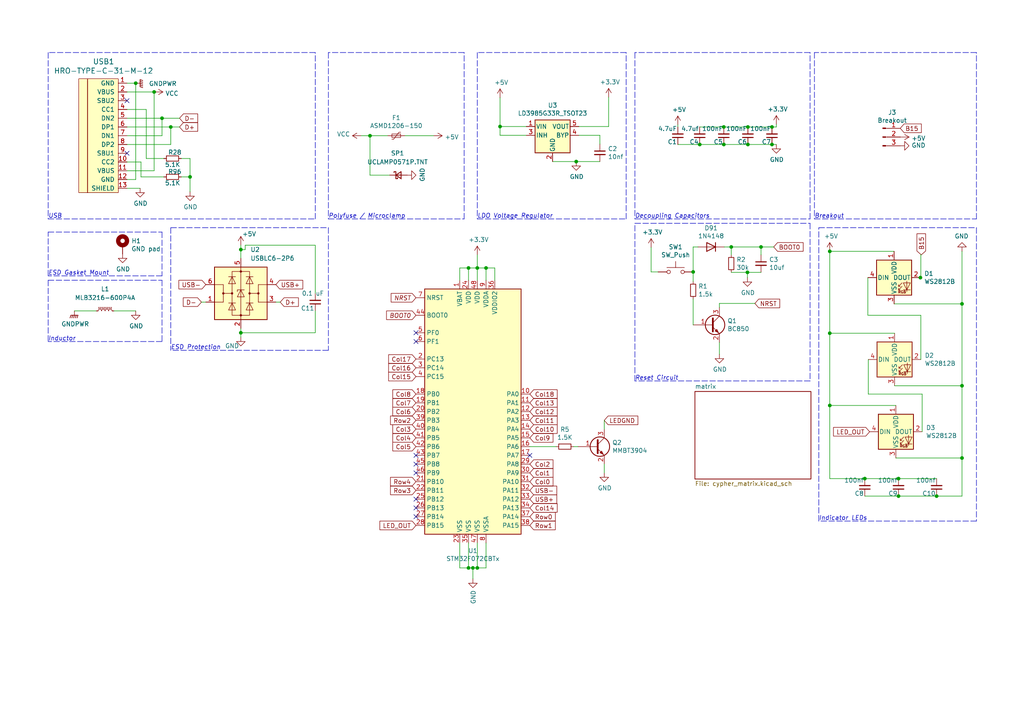
<source format=kicad_sch>
(kicad_sch (version 20211123) (generator eeschema)
  (paper "A4")
  (lib_symbols
    (symbol "Connector:Conn_01x03_Male" (pin_names (offset 1.016) hide)
      (property "Reference" "J" (at 0 5.08 0))
      (property "Value" "Conn_01x03_Male" (at 0 -5.08 0))
      (symbol "Conn_01x03_Male_1_1"
        (polyline (pts (xy 1.27 -2.54) (xy 0.8636 -2.54)) (stroke (width 0.1524)))
        (polyline (pts (xy 1.27 0) (xy 0.8636 0)) (stroke (width 0.1524)))
        (polyline (pts (xy 1.27 2.54) (xy 0.8636 2.54)) (stroke (width 0.1524)))
        (rectangle (start 0.8636 -2.413) (end 0 -2.667) (stroke (width 0.1524)) (fill (type outline)))
        (rectangle (start 0.8636 0.127) (end 0 -0.127) (stroke (width 0.1524)) (fill (type outline)))
        (rectangle (start 0.8636 2.667) (end 0 2.413) (stroke (width 0.1524)) (fill (type outline)))
        (pin passive line (at 5.08 2.54 180) (length 3.81) (name "Pin_1") (number "1"))
        (pin passive line (at 5.08 0 180) (length 3.81) (name "Pin_2") (number "2"))
        (pin passive line (at 5.08 -2.54 180) (length 3.81) (name "Pin_3") (number "3"))
      )
    )
    (symbol "Device:C_Small" (pin_numbers hide) (pin_names (offset 0.254) hide)
      (property "Reference" "C" (at 0.254 1.778 0))
      (property "Value" "C_Small" (at 0.254 -2.032 0))
      (symbol "C_Small_0_1"
        (polyline (pts (xy -1.524 -0.508) (xy 1.524 -0.508)) (stroke (width 0.3302)))
        (polyline (pts (xy -1.524 0.508) (xy 1.524 0.508)) (stroke (width 0.3048)))
      )
      (symbol "C_Small_1_1"
        (pin passive line (at 0 2.54 270) (length 2.032) (name "~") (number "1"))
        (pin passive line (at 0 -2.54 90) (length 2.032) (name "~") (number "2"))
      )
    )
    (symbol "Device:D" (pin_numbers hide) (pin_names (offset 1.016) hide)
      (property "Reference" "D" (at 0 2.54 0))
      (property "Value" "D" (at 0 -2.54 0))
      (symbol "D_0_1"
        (polyline (pts (xy -1.27 1.27) (xy -1.27 -1.27)) (stroke (width 0.254)))
        (polyline (pts (xy 1.27 0) (xy -1.27 0)))
        (polyline (pts (xy 1.27 1.27) (xy 1.27 -1.27) (xy -1.27 0) (xy 1.27 1.27)) (stroke (width 0.254)))
      )
      (symbol "D_1_1"
        (pin passive line (at -3.81 0 0) (length 2.54) (name "K") (number "1"))
        (pin passive line (at 3.81 0 180) (length 2.54) (name "A") (number "2"))
      )
    )
    (symbol "Device:L_Ferrite_Small" (pin_numbers hide) (pin_names (offset 0.254) hide)
      (property "Reference" "L" (at 1.27 1.016 0))
      (property "Value" "L_Ferrite_Small" (at 1.27 -1.27 0))
      (symbol "L_Ferrite_Small_0_1"
        (arc (start 0 -2.032) (mid 0.508 -1.524) (end 0 -1.016))
        (arc (start 0 -1.016) (mid 0.508 -0.508) (end 0 0))
        (polyline (pts (xy 0.762 -1.905) (xy 0.762 -1.651)))
        (polyline (pts (xy 0.762 -1.397) (xy 0.762 -1.143)))
        (polyline (pts (xy 0.762 -0.889) (xy 0.762 -0.635)))
        (polyline (pts (xy 0.762 -0.381) (xy 0.762 -0.127)))
        (polyline (pts (xy 0.762 0.127) (xy 0.762 0.381)))
        (polyline (pts (xy 0.762 0.635) (xy 0.762 0.889)))
        (polyline (pts (xy 0.762 1.143) (xy 0.762 1.397)))
        (polyline (pts (xy 0.762 1.651) (xy 0.762 1.905)))
        (polyline (pts (xy 1.016 -1.651) (xy 1.016 -1.905)))
        (polyline (pts (xy 1.016 -1.143) (xy 1.016 -1.397)))
        (polyline (pts (xy 1.016 -0.635) (xy 1.016 -0.889)))
        (polyline (pts (xy 1.016 -0.127) (xy 1.016 -0.381)))
        (polyline (pts (xy 1.016 0.381) (xy 1.016 0.127)))
        (polyline (pts (xy 1.016 0.889) (xy 1.016 0.635)))
        (polyline (pts (xy 1.016 1.397) (xy 1.016 1.143)))
        (polyline (pts (xy 1.016 1.905) (xy 1.016 1.651)))
        (arc (start 0 0) (mid 0.508 0.508) (end 0 1.016))
        (arc (start 0 1.016) (mid 0.508 1.524) (end 0 2.032))
      )
      (symbol "L_Ferrite_Small_1_1"
        (pin passive line (at 0 2.54 270) (length 0.508) (name "~") (number "1"))
        (pin passive line (at 0 -2.54 90) (length 0.508) (name "~") (number "2"))
      )
    )
    (symbol "Device:Polyfuse_Small" (pin_numbers hide) (pin_names (offset 0))
      (property "Reference" "F" (at -1.905 0 90))
      (property "Value" "Polyfuse_Small" (at 1.905 0 90))
      (symbol "Polyfuse_Small_0_1"
        (rectangle (start -0.508 1.27) (end 0.508 -1.27))
        (polyline (pts (xy 0 2.54) (xy 0 -2.54)))
        (polyline (pts (xy -1.016 1.27) (xy -1.016 0.762) (xy 1.016 -0.762) (xy 1.016 -1.27)))
      )
      (symbol "Polyfuse_Small_1_1"
        (pin passive line (at 0 2.54 270) (length 0.635) (name "~") (number "1"))
        (pin passive line (at 0 -2.54 90) (length 0.635) (name "~") (number "2"))
      )
    )
    (symbol "Device:R_Small" (pin_numbers hide) (pin_names (offset 0.254) hide)
      (property "Reference" "R" (at 0.762 0.508 0))
      (property "Value" "R_Small" (at 0.762 -1.016 0))
      (symbol "R_Small_0_1"
        (rectangle (start -0.762 1.778) (end 0.762 -1.778) (stroke (width 0.2032)))
      )
      (symbol "R_Small_1_1"
        (pin passive line (at 0 2.54 270) (length 0.762) (name "~") (number "1"))
        (pin passive line (at 0 -2.54 90) (length 0.762) (name "~") (number "2"))
      )
    )
    (symbol "LED:WS2812B" (pin_names (offset 0.254))
      (property "Reference" "D" (at 5.08 5.715 0))
      (property "Value" "WS2812B" (at 1.27 -5.715 0))
      (symbol "WS2812B_0_0"
        (text "RGB" (at 2.286 -4.191 0) (effects (font (size 0.762 0.762))))
      )
      (symbol "WS2812B_0_1"
        (polyline (pts (xy 1.27 -3.556) (xy 1.778 -3.556)))
        (polyline (pts (xy 1.27 -2.54) (xy 1.778 -2.54)))
        (polyline (pts (xy 4.699 -3.556) (xy 2.667 -3.556)))
        (polyline (pts (xy 2.286 -2.54) (xy 1.27 -3.556) (xy 1.27 -3.048)))
        (polyline (pts (xy 2.286 -1.524) (xy 1.27 -2.54) (xy 1.27 -2.032)))
        (polyline (pts (xy 3.683 -1.016) (xy 3.683 -3.556) (xy 3.683 -4.064)))
        (polyline (pts (xy 4.699 -1.524) (xy 2.667 -1.524) (xy 3.683 -3.556) (xy 4.699 -1.524)))
        (rectangle (start 5.08 5.08) (end -5.08 -5.08) (stroke (width 0.254)) (fill (type background)))
      )
      (symbol "WS2812B_1_1"
        (pin power_in line (at 0 7.62 270) (length 2.54) (name "VDD") (number "1"))
        (pin output line (at 7.62 0 180) (length 2.54) (name "DOUT") (number "2"))
        (pin power_in line (at 0 -7.62 90) (length 2.54) (name "VSS") (number "3"))
        (pin input line (at -7.62 0 0) (length 2.54) (name "DIN") (number "4"))
      )
    )
    (symbol "MCU_ST_STM32F0:STM32F072CBTx"
      (property "Reference" "U" (at -15.24 36.83 0))
      (property "Value" "STM32F072CBTx" (at 7.62 36.83 0))
      (symbol "STM32F072CBTx_0_1"
        (rectangle (start -15.24 -35.56) (end 12.7 35.56) (stroke (width 0.254)) (fill (type background)))
      )
      (symbol "STM32F072CBTx_1_1"
        (pin power_in line (at -5.08 38.1 270) (length 2.54) (name "VBAT") (number "1"))
        (pin bidirectional line (at 15.24 5.08 180) (length 2.54) (name "PA0") (number "10"))
        (pin bidirectional line (at 15.24 2.54 180) (length 2.54) (name "PA1") (number "11"))
        (pin bidirectional line (at 15.24 0 180) (length 2.54) (name "PA2") (number "12"))
        (pin bidirectional line (at 15.24 -2.54 180) (length 2.54) (name "PA3") (number "13"))
        (pin bidirectional line (at 15.24 -5.08 180) (length 2.54) (name "PA4") (number "14"))
        (pin bidirectional line (at 15.24 -7.62 180) (length 2.54) (name "PA5") (number "15"))
        (pin bidirectional line (at 15.24 -10.16 180) (length 2.54) (name "PA6") (number "16"))
        (pin bidirectional line (at 15.24 -12.7 180) (length 2.54) (name "PA7") (number "17"))
        (pin bidirectional line (at -17.78 5.08 0) (length 2.54) (name "PB0") (number "18"))
        (pin bidirectional line (at -17.78 2.54 0) (length 2.54) (name "PB1") (number "19"))
        (pin bidirectional line (at -17.78 15.24 0) (length 2.54) (name "PC13") (number "2"))
        (pin bidirectional line (at -17.78 0 0) (length 2.54) (name "PB2") (number "20"))
        (pin bidirectional line (at -17.78 -20.32 0) (length 2.54) (name "PB10") (number "21"))
        (pin bidirectional line (at -17.78 -22.86 0) (length 2.54) (name "PB11") (number "22"))
        (pin power_in line (at -5.08 -38.1 90) (length 2.54) (name "VSS") (number "23"))
        (pin power_in line (at -2.54 38.1 270) (length 2.54) (name "VDD") (number "24"))
        (pin bidirectional line (at -17.78 -25.4 0) (length 2.54) (name "PB12") (number "25"))
        (pin bidirectional line (at -17.78 -27.94 0) (length 2.54) (name "PB13") (number "26"))
        (pin bidirectional line (at -17.78 -30.48 0) (length 2.54) (name "PB14") (number "27"))
        (pin bidirectional line (at -17.78 -33.02 0) (length 2.54) (name "PB15") (number "28"))
        (pin bidirectional line (at 15.24 -15.24 180) (length 2.54) (name "PA8") (number "29"))
        (pin bidirectional line (at -17.78 12.7 0) (length 2.54) (name "PC14") (number "3"))
        (pin bidirectional line (at 15.24 -17.78 180) (length 2.54) (name "PA9") (number "30"))
        (pin bidirectional line (at 15.24 -20.32 180) (length 2.54) (name "PA10") (number "31"))
        (pin bidirectional line (at 15.24 -22.86 180) (length 2.54) (name "PA11") (number "32"))
        (pin bidirectional line (at 15.24 -25.4 180) (length 2.54) (name "PA12") (number "33"))
        (pin bidirectional line (at 15.24 -27.94 180) (length 2.54) (name "PA13") (number "34"))
        (pin power_in line (at -2.54 -38.1 90) (length 2.54) (name "VSS") (number "35"))
        (pin power_in line (at 5.08 38.1 270) (length 2.54) (name "VDDIO2") (number "36"))
        (pin bidirectional line (at 15.24 -30.48 180) (length 2.54) (name "PA14") (number "37"))
        (pin bidirectional line (at 15.24 -33.02 180) (length 2.54) (name "PA15") (number "38"))
        (pin bidirectional line (at -17.78 -2.54 0) (length 2.54) (name "PB3") (number "39"))
        (pin bidirectional line (at -17.78 10.16 0) (length 2.54) (name "PC15") (number "4"))
        (pin bidirectional line (at -17.78 -5.08 0) (length 2.54) (name "PB4") (number "40"))
        (pin bidirectional line (at -17.78 -7.62 0) (length 2.54) (name "PB5") (number "41"))
        (pin bidirectional line (at -17.78 -10.16 0) (length 2.54) (name "PB6") (number "42"))
        (pin bidirectional line (at -17.78 -12.7 0) (length 2.54) (name "PB7") (number "43"))
        (pin input line (at -17.78 27.94 0) (length 2.54) (name "BOOT0") (number "44"))
        (pin bidirectional line (at -17.78 -15.24 0) (length 2.54) (name "PB8") (number "45"))
        (pin bidirectional line (at -17.78 -17.78 0) (length 2.54) (name "PB9") (number "46"))
        (pin power_in line (at 0 -38.1 90) (length 2.54) (name "VSS") (number "47"))
        (pin power_in line (at 0 38.1 270) (length 2.54) (name "VDD") (number "48"))
        (pin input line (at -17.78 22.86 0) (length 2.54) (name "PF0") (number "5"))
        (pin input line (at -17.78 20.32 0) (length 2.54) (name "PF1") (number "6"))
        (pin input line (at -17.78 33.02 0) (length 2.54) (name "NRST") (number "7"))
        (pin power_in line (at 2.54 -38.1 90) (length 2.54) (name "VSSA") (number "8"))
        (pin power_in line (at 2.54 38.1 270) (length 2.54) (name "VDDA") (number "9"))
      )
    )
    (symbol "Mechanical:MountingHole_Pad" (pin_numbers hide) (pin_names (offset 1.016) hide)
      (property "Reference" "H" (at 0 6.35 0))
      (property "Value" "MountingHole_Pad" (at 0 4.445 0))
      (symbol "MountingHole_Pad_0_1"
        (circle (center 0 1.27) (radius 1.27) (stroke (width 1.27)))
      )
      (symbol "MountingHole_Pad_1_1"
        (pin input line (at 0 -2.54 90) (length 2.54) (name "1") (number "1"))
      )
    )
    (symbol "Power_Protection:USBLC6-2P6" (pin_names hide)
      (property "Reference" "U" (at 2.54 8.89 0))
      (property "Value" "USBLC6-2P6" (at 2.54 -8.89 0))
      (symbol "USBLC6-2P6_0_1"
        (rectangle (start -7.62 -7.62) (end 7.62 7.62) (stroke (width 0.254)) (fill (type background)))
        (circle (center -5.08 0) (radius 0.254) (fill (type outline)))
        (circle (center -2.54 0) (radius 0.254) (fill (type outline)))
        (rectangle (start -2.54 6.35) (end 2.54 -6.35))
        (circle (center 0 -6.35) (radius 0.254) (fill (type outline)))
        (polyline (pts (xy -5.08 -2.54) (xy -7.62 -2.54)))
        (polyline (pts (xy -5.08 0) (xy -5.08 -2.54)))
        (polyline (pts (xy -5.08 2.54) (xy -7.62 2.54)))
        (polyline (pts (xy -1.524 -2.794) (xy -3.556 -2.794)))
        (polyline (pts (xy -1.524 4.826) (xy -3.556 4.826)))
        (polyline (pts (xy 0 -7.62) (xy 0 -6.35)))
        (polyline (pts (xy 0 -6.35) (xy 0 1.27)))
        (polyline (pts (xy 0 1.27) (xy 0 6.35)))
        (polyline (pts (xy 0 6.35) (xy 0 7.62)))
        (polyline (pts (xy 1.524 -2.794) (xy 3.556 -2.794)))
        (polyline (pts (xy 1.524 4.826) (xy 3.556 4.826)))
        (polyline (pts (xy 5.08 -2.54) (xy 7.62 -2.54)))
        (polyline (pts (xy 5.08 0) (xy 5.08 -2.54)))
        (polyline (pts (xy 5.08 2.54) (xy 7.62 2.54)))
        (polyline (pts (xy -2.54 0) (xy -5.08 0) (xy -5.08 2.54)))
        (polyline (pts (xy 2.54 0) (xy 5.08 0) (xy 5.08 2.54)))
        (polyline (pts (xy -3.556 -4.826) (xy -1.524 -4.826) (xy -2.54 -2.794) (xy -3.556 -4.826)))
        (polyline (pts (xy -3.556 2.794) (xy -1.524 2.794) (xy -2.54 4.826) (xy -3.556 2.794)))
        (polyline (pts (xy -1.016 -1.016) (xy 1.016 -1.016) (xy 0 1.016) (xy -1.016 -1.016)))
        (polyline (pts (xy 1.016 1.016) (xy 0.762 1.016) (xy -1.016 1.016) (xy -1.016 0.508)))
        (polyline (pts (xy 3.556 -4.826) (xy 1.524 -4.826) (xy 2.54 -2.794) (xy 3.556 -4.826)))
        (polyline (pts (xy 3.556 2.794) (xy 1.524 2.794) (xy 2.54 4.826) (xy 3.556 2.794)))
        (circle (center 0 6.35) (radius 0.254) (fill (type outline)))
        (circle (center 2.54 0) (radius 0.254) (fill (type outline)))
        (circle (center 5.08 0) (radius 0.254) (fill (type outline)))
      )
      (symbol "USBLC6-2P6_1_1"
        (pin passive line (at -10.16 -2.54 0) (length 2.54) (name "I/O1") (number "1"))
        (pin passive line (at 0 -10.16 90) (length 2.54) (name "GND") (number "2"))
        (pin passive line (at 10.16 -2.54 180) (length 2.54) (name "I/O2") (number "3"))
        (pin passive line (at 10.16 2.54 180) (length 2.54) (name "I/O2") (number "4"))
        (pin passive line (at 0 10.16 270) (length 2.54) (name "VBUS") (number "5"))
        (pin passive line (at -10.16 2.54 0) (length 2.54) (name "I/O1") (number "6"))
      )
    )
    (symbol "Regulator_Linear:LD3985G33R_TSOT23" (pin_names (offset 0.254))
      (property "Reference" "U" (at -4.064 5.588 0))
      (property "Value" "LD3985G33R_TSOT23" (at 0 5.588 0))
      (symbol "LD3985G33R_TSOT23_0_1"
        (rectangle (start -5.08 4.445) (end 5.08 -5.08) (stroke (width 0.254)) (fill (type background)))
      )
      (symbol "LD3985G33R_TSOT23_1_1"
        (pin power_in line (at -7.62 2.54 0) (length 2.54) (name "VIN") (number "1"))
        (pin power_in line (at 0 -7.62 90) (length 2.54) (name "GND") (number "2"))
        (pin input line (at -7.62 0 0) (length 2.54) (name "INH") (number "3"))
        (pin input line (at 7.62 0 180) (length 2.54) (name "BYP") (number "4"))
        (pin power_out line (at 7.62 2.54 180) (length 2.54) (name "VOUT") (number "5"))
      )
    )
    (symbol "Switch:SW_Push" (pin_numbers hide) (pin_names (offset 1.016) hide)
      (property "Reference" "SW" (at 1.27 2.54 0))
      (property "Value" "SW_Push" (at 0 -1.524 0))
      (symbol "SW_Push_0_1"
        (circle (center -2.032 0) (radius 0.508))
        (polyline (pts (xy 0 1.27) (xy 0 3.048)))
        (polyline (pts (xy 2.54 1.27) (xy -2.54 1.27)))
        (circle (center 2.032 0) (radius 0.508))
        (pin passive line (at -5.08 0 0) (length 2.54) (name "1") (number "1"))
        (pin passive line (at 5.08 0 180) (length 2.54) (name "2") (number "2"))
      )
    )
    (symbol "Transistor_BJT:BC850" (pin_names (offset 0) hide)
      (property "Reference" "Q" (at 5.08 1.905 0))
      (property "Value" "BC850" (at 5.08 0 0))
      (symbol "BC850_0_1"
        (polyline (pts (xy 0.635 0.635) (xy 2.54 2.54)))
        (polyline (pts (xy 0.635 -0.635) (xy 2.54 -2.54) (xy 2.54 -2.54)))
        (polyline (pts (xy 0.635 1.905) (xy 0.635 -1.905) (xy 0.635 -1.905)) (stroke (width 0.508)))
        (polyline (pts (xy 1.27 -1.778) (xy 1.778 -1.27) (xy 2.286 -2.286) (xy 1.27 -1.778) (xy 1.27 -1.778)) (fill (type outline)))
        (circle (center 1.27 0) (radius 2.8194) (stroke (width 0.254)))
      )
      (symbol "BC850_1_1"
        (pin input line (at -5.08 0 0) (length 5.715) (name "B") (number "1"))
        (pin passive line (at 2.54 -5.08 90) (length 2.54) (name "E") (number "2"))
        (pin passive line (at 2.54 5.08 270) (length 2.54) (name "C") (number "3"))
      )
    )
    (symbol "Transistor_BJT:MMBT3904" (pin_names (offset 0) hide)
      (property "Reference" "Q" (at 5.08 1.905 0))
      (property "Value" "MMBT3904" (at 5.08 0 0))
      (symbol "MMBT3904_0_1"
        (polyline (pts (xy 0.635 0.635) (xy 2.54 2.54)))
        (polyline (pts (xy 0.635 -0.635) (xy 2.54 -2.54) (xy 2.54 -2.54)))
        (polyline (pts (xy 0.635 1.905) (xy 0.635 -1.905) (xy 0.635 -1.905)) (stroke (width 0.508)))
        (polyline (pts (xy 1.27 -1.778) (xy 1.778 -1.27) (xy 2.286 -2.286) (xy 1.27 -1.778) (xy 1.27 -1.778)) (fill (type outline)))
        (circle (center 1.27 0) (radius 2.8194) (stroke (width 0.254)))
      )
      (symbol "MMBT3904_1_1"
        (pin input line (at -5.08 0 0) (length 5.715) (name "B") (number "1"))
        (pin passive line (at 2.54 -5.08 90) (length 2.54) (name "E") (number "2"))
        (pin passive line (at 2.54 5.08 270) (length 2.54) (name "C") (number "3"))
      )
    )
    (symbol "Type-C:HRO-TYPE-C-31-M-12" (pin_names (offset 1.016))
      (property "Reference" "USB" (at -5.08 16.51 0))
      (property "Value" "HRO-TYPE-C-31-M-12" (at -10.16 -1.27 90))
      (symbol "HRO-TYPE-C-31-M-12_0_1"
        (rectangle (start -11.43 15.24) (end -8.89 -17.78) (fill (type background)))
        (rectangle (start 0 -17.78) (end -8.89 15.24) (fill (type background)))
      )
      (symbol "HRO-TYPE-C-31-M-12_1_1"
        (pin input line (at 2.54 13.97 180) (length 2.54) (name "GND") (number "1"))
        (pin input line (at 2.54 -8.89 180) (length 2.54) (name "CC2") (number "10"))
        (pin input line (at 2.54 -11.43 180) (length 2.54) (name "VBUS") (number "11"))
        (pin input line (at 2.54 -13.97 180) (length 2.54) (name "GND") (number "12"))
        (pin input line (at 2.54 -16.51 180) (length 2.54) (name "SHIELD") (number "13"))
        (pin input line (at 2.54 11.43 180) (length 2.54) (name "VBUS") (number "2"))
        (pin input line (at 2.54 8.89 180) (length 2.54) (name "SBU2") (number "3"))
        (pin input line (at 2.54 6.35 180) (length 2.54) (name "CC1") (number "4"))
        (pin input line (at 2.54 3.81 180) (length 2.54) (name "DN2") (number "5"))
        (pin input line (at 2.54 1.27 180) (length 2.54) (name "DP1") (number "6"))
        (pin input line (at 2.54 -1.27 180) (length 2.54) (name "DN1") (number "7"))
        (pin input line (at 2.54 -3.81 180) (length 2.54) (name "DP2") (number "8"))
        (pin input line (at 2.54 -6.35 180) (length 2.54) (name "SBU1") (number "9"))
      )
    )
    (symbol "cablecardesigns:UCLAMP0571P.TNT" (pin_numbers hide) (pin_names (offset 0.254) hide)
      (property "Reference" "SP" (at -1.27 2.032 0))
      (property "Value" "UCLAMP0571P.TNT" (at -7.112 -2.032 0))
      (symbol "UCLAMP0571P.TNT_0_1"
        (polyline (pts (xy -0.762 0) (xy 0.762 0)))
        (polyline (pts (xy 0.762 -1.016) (xy -0.762 0) (xy 0.762 1.016) (xy 0.762 -1.016)) (stroke (width 0.254)))
        (polyline (pts (xy -1.27 0.762) (xy -1.27 1.016) (xy -0.762 1.016) (xy -0.762 -1.016) (xy -0.254 -1.016) (xy -0.254 -0.762)) (stroke (width 0.254)))
      )
      (symbol "UCLAMP0571P.TNT_1_1"
        (pin input line (at -2.54 0 0) (length 2.54) (name "1") (number "1"))
        (pin output line (at 2.54 0 180) (length 2.54) (name "2") (number "2"))
      )
    )
    (symbol "power:+3.3V" (power) (pin_names (offset 0))
      (property "Value" "+3.3V" (at 0 3.556 0))
      (symbol "+3.3V_0_1"
        (polyline (pts (xy -0.762 1.27) (xy 0 2.54)))
        (polyline (pts (xy 0 0) (xy 0 2.54)))
        (polyline (pts (xy 0 2.54) (xy 0.762 1.27)))
      )
      (symbol "+3.3V_1_1"
        (pin power_in line (at 0 0 90) (length 0) hide (name "+3.3V") (number "1"))
      )
    )
    (symbol "power:+5V" (power) (pin_names (offset 0))
      (property "Value" "+5V" (at 0 3.556 0))
      (symbol "+5V_0_1"
        (polyline (pts (xy -0.762 1.27) (xy 0 2.54)))
        (polyline (pts (xy 0 0) (xy 0 2.54)))
        (polyline (pts (xy 0 2.54) (xy 0.762 1.27)))
      )
      (symbol "+5V_1_1"
        (pin power_in line (at 0 0 90) (length 0) hide (name "+5V") (number "1"))
      )
    )
    (symbol "power:GND" (power) (pin_names (offset 0))
      (property "Value" "GND" (at 0 -3.81 0))
      (symbol "GND_0_1"
        (polyline (pts (xy 0 0) (xy 0 -1.27) (xy 1.27 -1.27) (xy 0 -2.54) (xy -1.27 -1.27) (xy 0 -1.27)))
      )
      (symbol "GND_1_1"
        (pin power_in line (at 0 0 270) (length 0) hide (name "GND") (number "1"))
      )
    )
    (symbol "power:GNDPWR" (power) (pin_names (offset 0))
      (property "Value" "GNDPWR" (at 0 -3.302 0))
      (symbol "GNDPWR_0_1"
        (polyline (pts (xy 0 -1.27) (xy 0 0)))
        (polyline (pts (xy -1.016 -1.27) (xy -1.27 -2.032) (xy -1.27 -2.032)) (stroke (width 0.2032)))
        (polyline (pts (xy -0.508 -1.27) (xy -0.762 -2.032) (xy -0.762 -2.032)) (stroke (width 0.2032)))
        (polyline (pts (xy 0 -1.27) (xy -0.254 -2.032) (xy -0.254 -2.032)) (stroke (width 0.2032)))
        (polyline (pts (xy 0.508 -1.27) (xy 0.254 -2.032) (xy 0.254 -2.032)) (stroke (width 0.2032)))
        (polyline (pts (xy 1.016 -1.27) (xy -1.016 -1.27) (xy -1.016 -1.27)) (stroke (width 0.2032)))
        (polyline (pts (xy 1.016 -1.27) (xy 0.762 -2.032) (xy 0.762 -2.032) (xy 0.762 -2.032)) (stroke (width 0.2032)))
      )
      (symbol "GNDPWR_1_1"
        (pin power_in line (at 0 0 270) (length 0) hide (name "GNDPWR") (number "1"))
      )
    )
    (symbol "power:VCC" (power) (pin_names (offset 0))
      (property "Value" "VCC" (at 0 3.81 0))
      (symbol "VCC_0_1"
        (polyline (pts (xy -0.762 1.27) (xy 0 2.54)))
        (polyline (pts (xy 0 0) (xy 0 2.54)))
        (polyline (pts (xy 0 2.54) (xy 0.762 1.27)))
      )
      (symbol "VCC_1_1"
        (pin power_in line (at 0 0 90) (length 0) hide (name "VCC") (number "1"))
      )
    )
  )
  (junction (at 167.132 46.863))
  (junction (at 209.931 41.91))
  (junction (at 223.901 36.83))
  (junction (at 202.946 41.91))
  (junction (at 223.901 41.91))
  (junction (at 107.315 39.37))
  (junction (at 46.99 34.29))
  (junction (at 260.604 138.811))
  (junction (at 240.665 117.602))
  (junction (at 138.43 77.724))
  (junction (at 216.916 36.83))
  (junction (at 271.653 143.891))
  (junction (at 49.53 36.83))
  (junction (at 69.85 96.52))
  (junction (at 266.954 80.518))
  (junction (at 135.89 77.724))
  (junction (at 44.704 26.67))
  (junction (at 39.37 24.13))
  (junction (at 69.85 72.39))
  (junction (at 138.43 164.719))
  (junction (at 145.034 36.703))
  (junction (at 279.019 111.887))
  (junction (at 55.118 51.308))
  (junction (at 209.931 36.83))
  (junction (at 216.916 41.91))
  (junction (at 260.604 143.891))
  (junction (at 250.825 138.811))
  (junction (at 135.89 164.719))
  (junction (at 240.665 72.898))
  (junction (at 279.019 88.138))
  (junction (at 279.019 132.842))
  (junction (at 216.789 78.994))
  (junction (at 220.726 71.628))
  (junction (at 140.97 77.724))
  (junction (at 212.09 71.628))
  (junction (at 201.041 78.867))
  (junction (at 137.16 164.719))
  (junction (at 240.665 96.647))
  (no_connect (at 36.83 44.45))
  (no_connect (at 36.83 29.21))
  (no_connect (at 120.65 144.78))
  (no_connect (at 120.65 149.86))
  (no_connect (at 153.67 132.08))
  (no_connect (at 120.65 99.06))
  (no_connect (at 120.65 147.32))
  (no_connect (at 120.65 137.16))
  (no_connect (at 120.65 134.62))
  (no_connect (at 120.65 132.08))
  (no_connect (at 120.65 96.52))
  (wire (pts (xy 55.118 51.308) (xy 52.578 51.308)))
  (wire (pts (xy 202.946 36.83) (xy 209.931 36.83)))
  (wire (pts (xy 138.43 77.724) (xy 140.97 77.724)))
  (wire (pts (xy 107.315 50.8) (xy 113.03 50.8)))
  (wire (pts (xy 133.35 157.48) (xy 133.35 164.719)))
  (wire (pts (xy 223.901 41.91) (xy 225.171 41.91)))
  (polyline (pts (xy 283.21 63.5) (xy 283.21 15.24)))
  (polyline (pts (xy 184.15 15.24) (xy 184.15 63.5)))
  (wire (pts (xy 251.714 91.44) (xy 251.714 80.518)))
  (wire (pts (xy 160.274 46.863) (xy 167.132 46.863)))
  (polyline (pts (xy 46.99 80.01) (xy 13.97 80.01)))
  (wire (pts (xy 266.954 80.518) (xy 267.081 80.518)))
  (wire (pts (xy 216.789 78.994) (xy 220.726 78.994)))
  (wire (pts (xy 36.83 36.83) (xy 49.53 36.83)))
  (wire (pts (xy 133.35 164.719) (xy 135.89 164.719)))
  (polyline (pts (xy 237.49 66.04) (xy 283.21 66.04)))
  (polyline (pts (xy 95.25 66.04) (xy 95.25 101.6)))
  (polyline (pts (xy 184.15 64.77) (xy 234.95 64.77)))
  (wire (pts (xy 138.43 77.724) (xy 138.43 73.914)))
  (wire (pts (xy 167.132 46.863) (xy 173.99 46.863)))
  (wire (pts (xy 36.83 26.67) (xy 44.704 26.67)))
  (polyline (pts (xy 46.99 67.31) (xy 46.99 80.01)))
  (wire (pts (xy 279.019 111.887) (xy 279.019 88.138)))
  (polyline (pts (xy 13.97 63.5) (xy 91.44 63.5)))
  (wire (pts (xy 267.081 91.44) (xy 251.714 91.44)))
  (wire (pts (xy 259.842 117.602) (xy 240.665 117.602)))
  (wire (pts (xy 259.842 132.842) (xy 279.019 132.842)))
  (wire (pts (xy 140.97 81.28) (xy 140.97 77.724)))
  (wire (pts (xy 69.85 71.12) (xy 69.85 72.39)))
  (wire (pts (xy 145.034 28.321) (xy 145.034 36.703)))
  (wire (pts (xy 135.89 77.724) (xy 138.43 77.724)))
  (polyline (pts (xy 13.97 80.01) (xy 13.97 67.31)))
  (wire (pts (xy 107.315 39.37) (xy 104.775 39.37)))
  (wire (pts (xy 279.019 111.887) (xy 259.461 111.887)))
  (wire (pts (xy 220.726 73.914) (xy 220.726 71.628)))
  (wire (pts (xy 39.37 24.13) (xy 36.83 24.13)))
  (wire (pts (xy 267.081 80.518) (xy 267.081 73.914)))
  (wire (pts (xy 209.931 36.83) (xy 216.916 36.83)))
  (wire (pts (xy 52.578 45.974) (xy 55.118 45.974)))
  (polyline (pts (xy 283.21 15.24) (xy 236.22 15.24)))
  (wire (pts (xy 69.85 72.39) (xy 69.85 74.93)))
  (wire (pts (xy 55.118 51.308) (xy 55.118 45.974)))
  (wire (pts (xy 196.596 36.83) (xy 196.596 36.195)))
  (wire (pts (xy 36.83 52.07) (xy 39.37 52.07)))
  (wire (pts (xy 279.019 143.891) (xy 271.653 143.891)))
  (wire (pts (xy 71.12 71.12) (xy 91.44 71.12)))
  (wire (pts (xy 240.665 96.647) (xy 240.665 117.602)))
  (polyline (pts (xy 138.43 63.5) (xy 181.61 63.5)))
  (wire (pts (xy 40.894 46.99) (xy 40.894 51.308)))
  (wire (pts (xy 176.53 36.703) (xy 176.53 28.194)))
  (polyline (pts (xy 181.61 15.24) (xy 138.43 15.24)))
  (polyline (pts (xy 138.43 15.24) (xy 138.43 63.5)))
  (wire (pts (xy 202.946 41.91) (xy 209.931 41.91)))
  (wire (pts (xy 42.418 45.974) (xy 47.498 45.974)))
  (wire (pts (xy 201.041 78.867) (xy 201.041 71.628)))
  (polyline (pts (xy 13.97 81.28) (xy 13.97 99.06)))
  (wire (pts (xy 49.53 41.91) (xy 49.53 36.83)))
  (wire (pts (xy 240.665 96.647) (xy 240.665 72.898)))
  (wire (pts (xy 153.67 129.54) (xy 161.29 129.54)))
  (wire (pts (xy 260.604 143.891) (xy 250.825 143.891)))
  (wire (pts (xy 49.53 36.83) (xy 52.07 36.83)))
  (wire (pts (xy 251.841 114.3) (xy 251.841 104.267)))
  (wire (pts (xy 201.041 86.741) (xy 201.041 94.234)))
  (polyline (pts (xy 134.62 63.5) (xy 134.62 15.24)))
  (polyline (pts (xy 46.99 99.06) (xy 13.97 99.06)))
  (polyline (pts (xy 134.62 15.24) (xy 95.25 15.24)))
  (polyline (pts (xy 49.53 66.04) (xy 95.25 66.04)))
  (wire (pts (xy 39.37 52.07) (xy 39.37 24.13)))
  (wire (pts (xy 71.12 72.39) (xy 71.12 71.12)))
  (wire (pts (xy 107.315 39.37) (xy 107.315 50.8)))
  (wire (pts (xy 216.916 41.91) (xy 223.901 41.91)))
  (wire (pts (xy 223.901 36.83) (xy 225.171 36.83)))
  (wire (pts (xy 36.83 34.29) (xy 46.99 34.29)))
  (polyline (pts (xy 236.22 15.24) (xy 236.22 63.5)))
  (wire (pts (xy 46.99 39.37) (xy 46.99 34.29)))
  (wire (pts (xy 175.26 134.62) (xy 175.26 137.16)))
  (wire (pts (xy 216.789 80.518) (xy 216.789 78.994)))
  (wire (pts (xy 201.041 71.628) (xy 202.438 71.628)))
  (wire (pts (xy 216.916 36.83) (xy 223.901 36.83)))
  (wire (pts (xy 69.85 97.79) (xy 69.85 96.52)))
  (wire (pts (xy 279.019 88.138) (xy 259.334 88.138)))
  (polyline (pts (xy 234.95 63.5) (xy 234.95 15.24)))
  (wire (pts (xy 267.081 104.267) (xy 267.081 91.44)))
  (wire (pts (xy 91.44 85.09) (xy 91.44 71.12)))
  (polyline (pts (xy 13.97 15.24) (xy 13.97 63.5)))
  (polyline (pts (xy 237.49 151.13) (xy 237.49 66.04)))
  (wire (pts (xy 135.89 157.48) (xy 135.89 164.719)))
  (wire (pts (xy 33.02 90.17) (xy 39.37 90.17)))
  (wire (pts (xy 225.171 36.83) (xy 225.171 36.068)))
  (wire (pts (xy 152.654 36.703) (xy 145.034 36.703)))
  (polyline (pts (xy 283.21 66.04) (xy 283.21 151.13)))
  (polyline (pts (xy 91.44 15.24) (xy 13.97 15.24)))
  (wire (pts (xy 208.661 102.743) (xy 208.661 99.314)))
  (polyline (pts (xy 236.22 63.5) (xy 283.21 63.5)))
  (polyline (pts (xy 46.99 81.28) (xy 46.99 99.06)))
  (wire (pts (xy 91.44 96.52) (xy 91.44 90.17)))
  (wire (pts (xy 190.881 78.867) (xy 188.849 78.867)))
  (wire (pts (xy 212.09 78.994) (xy 216.789 78.994)))
  (wire (pts (xy 36.83 39.37) (xy 46.99 39.37)))
  (wire (pts (xy 133.35 81.28) (xy 133.35 77.724)))
  (wire (pts (xy 271.653 138.811) (xy 260.604 138.811)))
  (wire (pts (xy 259.461 96.647) (xy 240.665 96.647)))
  (wire (pts (xy 71.12 72.39) (xy 69.85 72.39)))
  (wire (pts (xy 58.42 87.63) (xy 59.69 87.63)))
  (wire (pts (xy 69.85 96.52) (xy 69.85 95.25)))
  (wire (pts (xy 138.43 157.48) (xy 138.43 164.719)))
  (wire (pts (xy 55.118 51.308) (xy 55.118 55.626)))
  (wire (pts (xy 220.726 71.628) (xy 224.409 71.628)))
  (wire (pts (xy 210.058 71.628) (xy 212.09 71.628)))
  (wire (pts (xy 36.83 46.99) (xy 40.894 46.99)))
  (wire (pts (xy 166.37 129.54) (xy 167.64 129.54)))
  (wire (pts (xy 167.894 39.243) (xy 173.99 39.243)))
  (wire (pts (xy 21.59 90.17) (xy 27.94 90.17)))
  (wire (pts (xy 173.99 39.243) (xy 173.99 41.783)))
  (polyline (pts (xy 234.95 110.49) (xy 184.15 110.49)))
  (polyline (pts (xy 13.97 67.31) (xy 46.99 67.31)))
  (wire (pts (xy 260.604 138.811) (xy 250.825 138.811)))
  (wire (pts (xy 250.825 138.811) (xy 240.665 138.811)))
  (polyline (pts (xy 184.15 63.5) (xy 234.95 63.5)))
  (wire (pts (xy 81.28 87.63) (xy 80.01 87.63)))
  (polyline (pts (xy 91.44 63.5) (xy 91.44 15.24)))
  (wire (pts (xy 208.661 88.011) (xy 218.948 88.011)))
  (wire (pts (xy 44.704 49.53) (xy 36.83 49.53)))
  (wire (pts (xy 279.019 132.842) (xy 279.019 111.887)))
  (wire (pts (xy 36.83 41.91) (xy 49.53 41.91)))
  (polyline (pts (xy 181.61 63.5) (xy 181.61 15.24)))
  (wire (pts (xy 188.849 78.867) (xy 188.849 71.755)))
  (polyline (pts (xy 234.95 64.77) (xy 234.95 110.49)))
  (wire (pts (xy 212.09 71.628) (xy 220.726 71.628)))
  (wire (pts (xy 143.51 77.724) (xy 143.51 81.28)))
  (wire (pts (xy 36.83 31.75) (xy 42.418 31.75)))
  (wire (pts (xy 138.43 164.719) (xy 140.97 164.719)))
  (wire (pts (xy 271.653 143.891) (xy 260.604 143.891)))
  (wire (pts (xy 267.462 125.222) (xy 267.462 114.3)))
  (wire (pts (xy 279.019 88.138) (xy 279.019 72.898)))
  (wire (pts (xy 201.041 81.661) (xy 201.041 78.867)))
  (polyline (pts (xy 95.25 101.6) (xy 49.53 101.6)))
  (wire (pts (xy 196.596 41.91) (xy 202.946 41.91)))
  (wire (pts (xy 69.85 96.52) (xy 91.44 96.52)))
  (wire (pts (xy 167.894 36.703) (xy 176.53 36.703)))
  (wire (pts (xy 42.418 31.75) (xy 42.418 45.974)))
  (wire (pts (xy 240.665 72.898) (xy 259.334 72.898)))
  (wire (pts (xy 135.89 81.28) (xy 135.89 77.724)))
  (wire (pts (xy 175.26 121.92) (xy 175.26 124.46)))
  (polyline (pts (xy 49.53 66.04) (xy 49.53 101.6)))
  (wire (pts (xy 46.99 34.29) (xy 52.07 34.29)))
  (wire (pts (xy 40.894 51.308) (xy 47.498 51.308)))
  (wire (pts (xy 138.43 81.28) (xy 138.43 77.724)))
  (wire (pts (xy 152.654 39.243) (xy 145.034 39.243)))
  (polyline (pts (xy 95.25 15.24) (xy 95.25 63.5)))
  (wire (pts (xy 137.16 164.719) (xy 137.16 167.894)))
  (wire (pts (xy 212.09 73.914) (xy 212.09 71.628)))
  (wire (pts (xy 240.665 117.602) (xy 240.665 138.811)))
  (polyline (pts (xy 184.15 110.49) (xy 184.15 64.77)))
  (polyline (pts (xy 13.97 81.28) (xy 46.99 81.28)))
  (wire (pts (xy 267.081 73.914) (xy 267.208 73.914)))
  (wire (pts (xy 145.034 36.703) (xy 145.034 39.243)))
  (wire (pts (xy 140.97 164.719) (xy 140.97 157.48)))
  (wire (pts (xy 117.475 39.37) (xy 125.73 39.37)))
  (wire (pts (xy 133.35 77.724) (xy 135.89 77.724)))
  (wire (pts (xy 135.89 164.719) (xy 137.16 164.719)))
  (wire (pts (xy 267.462 114.3) (xy 251.841 114.3)))
  (polyline (pts (xy 234.95 15.24) (xy 184.15 15.24)))
  (wire (pts (xy 36.83 54.61) (xy 40.64 54.61)))
  (wire (pts (xy 279.019 132.842) (xy 279.019 143.891)))
  (wire (pts (xy 44.704 26.67) (xy 44.704 49.53)))
  (polyline (pts (xy 95.25 63.5) (xy 134.62 63.5)))
  (wire (pts (xy 140.97 77.724) (xy 143.51 77.724)))
  (polyline (pts (xy 283.21 151.13) (xy 237.49 151.13)))
  (wire (pts (xy 209.931 41.91) (xy 216.916 41.91)))
  (wire (pts (xy 137.16 164.719) (xy 138.43 164.719)))
  (wire (pts (xy 107.315 39.37) (xy 112.395 39.37)))
  (wire (pts (xy 208.661 89.154) (xy 208.661 88.011)))
  (text "Decoupling Capacitors\n" (at 184.15 63.5 0) (effects (font (size 1.27 1.27) italic) (justify left bottom)))
  (text "Reset Circuit\n" (at 184.15 110.49 0) (effects (font (size 1.27 1.27) italic) (justify left bottom)))
  (text "USB" (at 13.97 63.5 0) (effects (font (size 1.27 1.27) italic) (justify left bottom)))
  (text "Inductor" (at 13.97 99.06 0) (effects (font (size 1.27 1.27) italic) (justify left bottom)))
  (text "Polyfuse / Microclamp" (at 95.25 63.5 0) (effects (font (size 1.27 1.27) italic) (justify left bottom)))
  (text "ESD Protection" (at 49.53 101.6 0) (effects (font (size 1.27 1.27) italic) (justify left bottom)))
  (text "LDO Voltage Regulator" (at 138.43 63.5 0) (effects (font (size 1.27 1.27) italic) (justify left bottom)))
  (text "Breakout\n" (at 236.22 63.5 0) (effects (font (size 1.27 1.27) italic) (justify left bottom)))
  (text "Indicator LEDs\n" (at 237.49 151.13 0) (effects (font (size 1.27 1.27) italic) (justify left bottom)))
  (text "ESD Gasket Mount" (at 13.97 80.01 0) (effects (font (size 1.27 1.27) italic) (justify left bottom)))
  (global_label "LED_OUT" (shape input) (at 120.65 152.4 180) (property "Intersheet References" "${INTERSHEET_REFS}" (effects hide)))
  (global_label "Col14" (shape input) (at 153.67 147.32 0) (property "Intersheet References" "${INTERSHEET_REFS}" (effects hide)))
  (global_label "Col7" (shape input) (at 120.65 116.84 180) (property "Intersheet References" "${INTERSHEET_REFS}" (effects hide)))
  (global_label "Row3" (shape input) (at 120.65 142.24 180) (property "Intersheet References" "${INTERSHEET_REFS}" (effects hide)))
  (global_label "Row4" (shape input) (at 120.65 139.7 180) (property "Intersheet References" "${INTERSHEET_REFS}" (effects hide)))
  (global_label "D-" (shape input) (at 58.42 87.63 180) (property "Intersheet References" "${INTERSHEET_REFS}" (effects hide)))
  (global_label "LEDGND" (shape input) (at 175.26 121.92 0) (property "Intersheet References" "${INTERSHEET_REFS}" (effects hide)))
  (global_label "Col4" (shape input) (at 120.65 127 180) (property "Intersheet References" "${INTERSHEET_REFS}" (effects hide)))
  (global_label "Col1" (shape input) (at 153.67 137.16 0) (property "Intersheet References" "${INTERSHEET_REFS}" (effects hide)))
  (global_label "USB+" (shape input) (at 80.01 82.55 0) (property "Intersheet References" "${INTERSHEET_REFS}" (effects hide)))
  (global_label "NRST" (shape input) (at 120.65 86.36 180) (effects (font italic)) (property "Intersheet References" "${INTERSHEET_REFS}" (effects hide)))
  (global_label "D-" (shape input) (at 52.07 34.29 0) (property "Intersheet References" "${INTERSHEET_REFS}" (effects hide)))
  (global_label "NRST" (shape input) (at 218.948 88.011 0) (property "Intersheet References" "${INTERSHEET_REFS}" (effects hide)))
  (global_label "USB-" (shape input) (at 59.69 82.55 180) (property "Intersheet References" "${INTERSHEET_REFS}" (effects hide)))
  (global_label "Col8" (shape input) (at 120.65 114.3 180) (property "Intersheet References" "${INTERSHEET_REFS}" (effects hide)))
  (global_label "Col0" (shape input) (at 153.67 139.7 0) (property "Intersheet References" "${INTERSHEET_REFS}" (effects hide)))
  (global_label "USB+" (shape input) (at 153.67 144.78 0) (property "Intersheet References" "${INTERSHEET_REFS}" (effects hide)))
  (global_label "BOOT0" (shape input) (at 120.65 91.44 180) (effects (font italic)) (property "Intersheet References" "${INTERSHEET_REFS}" (effects hide)))
  (global_label "Col2" (shape input) (at 153.67 134.62 0) (property "Intersheet References" "${INTERSHEET_REFS}" (effects hide)))
  (global_label "LED_OUT" (shape input) (at 252.222 125.222 180) (property "Intersheet References" "${INTERSHEET_REFS}" (effects hide)))
  (global_label "BOOT0" (shape input) (at 224.409 71.628 0) (property "Intersheet References" "${INTERSHEET_REFS}" (effects hide)))
  (global_label "D+" (shape input) (at 81.28 87.63 0) (property "Intersheet References" "${INTERSHEET_REFS}" (effects hide)))
  (global_label "Col17" (shape input) (at 120.65 104.14 180) (property "Intersheet References" "${INTERSHEET_REFS}" (effects hide)))
  (global_label "Col10" (shape input) (at 153.67 124.46 0) (property "Intersheet References" "${INTERSHEET_REFS}" (effects hide)))
  (global_label "Col15" (shape input) (at 120.65 109.22 180) (property "Intersheet References" "${INTERSHEET_REFS}" (effects hide)))
  (global_label "D+" (shape input) (at 52.07 36.83 0) (property "Intersheet References" "${INTERSHEET_REFS}" (effects hide)))
  (global_label "Row1" (shape input) (at 153.67 152.4 0) (property "Intersheet References" "${INTERSHEET_REFS}" (effects hide)))
  (global_label "Col16" (shape input) (at 120.65 106.68 180) (property "Intersheet References" "${INTERSHEET_REFS}" (effects hide)))
  (global_label "Col3" (shape input) (at 120.65 124.46 180) (property "Intersheet References" "${INTERSHEET_REFS}" (effects hide)))
  (global_label "Row2" (shape input) (at 120.65 121.92 180) (property "Intersheet References" "${INTERSHEET_REFS}" (effects hide)))
  (global_label "Col5" (shape input) (at 120.65 129.54 180) (property "Intersheet References" "${INTERSHEET_REFS}" (effects hide)))
  (global_label "Row0" (shape input) (at 153.67 149.86 0) (property "Intersheet References" "${INTERSHEET_REFS}" (effects hide)))
  (global_label "Col18" (shape input) (at 153.67 114.3 0) (property "Intersheet References" "${INTERSHEET_REFS}" (effects hide)))
  (global_label "B15" (shape input) (at 261.112 37.211 0) (property "Intersheet References" "${INTERSHEET_REFS}" (effects hide)))
  (global_label "Col13" (shape input) (at 153.67 116.84 0) (property "Intersheet References" "${INTERSHEET_REFS}" (effects hide)))
  (global_label "Col11" (shape input) (at 153.67 121.92 0) (property "Intersheet References" "${INTERSHEET_REFS}" (effects hide)))
  (global_label "B15" (shape input) (at 267.208 73.914 90) (property "Intersheet References" "${INTERSHEET_REFS}" (effects hide)))
  (global_label "USB-" (shape input) (at 153.67 142.24 0) (property "Intersheet References" "${INTERSHEET_REFS}" (effects hide)))
  (global_label "Col6" (shape input) (at 120.65 119.38 180) (property "Intersheet References" "${INTERSHEET_REFS}" (effects hide)))
  (global_label "Col9" (shape input) (at 153.67 127 0) (property "Intersheet References" "${INTERSHEET_REFS}" (effects hide)))
  (global_label "Col12" (shape input) (at 153.67 119.38 0) (property "Intersheet References" "${INTERSHEET_REFS}" (effects hide)))
  (symbol (lib_id "power:GND") (at 225.171 41.91 0) (unit 1)
    (property "Reference" "#PWR0102" (effects hide))
    (property "Value" "GND" (at 225.298 46.3042 0))
  )
  (symbol (lib_id "power:+5V") (at 196.596 36.195 0) (unit 1)
    (property "Reference" "#PWR0103" (effects hide))
    (property "Value" "+5V" (at 196.977 31.8008 0))
  )
  (symbol (lib_id "Device:C_Small") (at 202.946 39.37 180) (unit 1)
    (property "Reference" "C4" (at 202.692 41.148 0) (effects (justify left)))
    (property "Value" "4.7uf" (at 202.692 37.338 0) (effects (justify left)))
    (property "Footprint" "Capacitor_SMD:C_0603_1608Metric" (effects hide))
  )
  (symbol (lib_id "Device:C_Small") (at 196.596 39.37 180) (unit 1)
    (property "Reference" "C1" (at 196.342 41.148 0) (effects (justify left)))
    (property "Value" "4.7uF" (at 196.342 37.338 0) (effects (justify left)))
    (property "Footprint" "Capacitor_SMD:C_0603_1608Metric" (effects hide))
  )
  (symbol (lib_id "power:GND") (at 55.118 55.626 0) (unit 1)
    (property "Reference" "#PWR0104" (effects hide))
    (property "Value" "GND" (at 55.245 60.0202 0))
  )
  (symbol (lib_id "Device:C_Small") (at 209.931 39.37 180) (unit 1)
    (property "Reference" "C5" (at 209.677 41.148 0) (effects (justify left)))
    (property "Value" "100nF" (at 209.677 37.338 0) (effects (justify left)))
    (property "Footprint" "Capacitor_SMD:C_0603_1608Metric" (effects hide))
  )
  (symbol (lib_id "Device:C_Small") (at 216.916 39.37 180) (unit 1)
    (property "Reference" "C6" (at 216.662 41.148 0) (effects (justify left)))
    (property "Value" "100nF" (at 216.662 37.338 0) (effects (justify left)))
    (property "Footprint" "Capacitor_SMD:C_0603_1608Metric" (effects hide))
  )
  (symbol (lib_id "Device:C_Small") (at 223.901 39.37 180) (unit 1)
    (property "Reference" "C7" (at 223.647 41.148 0) (effects (justify left)))
    (property "Value" "100nF" (at 223.647 37.338 0) (effects (justify left)))
    (property "Footprint" "Capacitor_SMD:C_0603_1608Metric" (effects hide))
  )
  (symbol (lib_id "power:GND") (at 137.16 167.894 0) (unit 1)
    (property "Reference" "#PWR0111" (effects hide))
    (property "Value" "GND" (at 137.287 171.1452 90) (effects (justify right)))
  )
  (symbol (lib_id "power:VCC") (at 44.704 26.67 270) (unit 1)
    (property "Reference" "#PWR0112" (effects hide))
    (property "Value" "VCC" (at 47.9552 27.1018 90) (effects (justify left)))
  )
  (symbol (lib_id "power:GND") (at 175.26 137.16 0) (unit 1)
    (property "Reference" "#PWR0115" (effects hide))
    (property "Value" "GND" (at 175.387 141.5542 0))
  )
  (symbol (lib_id "Device:R_Small") (at 163.83 129.54 270) (unit 1)
    (property "Reference" "R5" (at 163.83 124.5616 90))
    (property "Value" "1.5K" (at 163.83 126.873 90))
    (property "Footprint" "Resistor_SMD:R_0603_1608Metric" (effects hide))
  )
  (symbol (lib_id "Connector:Conn_01x03_Male") (at 256.032 39.751 0) (unit 1)
    (property "Reference" "J3" (at 258.7752 32.6136 0))
    (property "Value" "Breakout" (at 258.7752 34.925 0))
    (property "Footprint" "Connector_PinHeader_2.54mm:PinHeader_1x03_P2.54mm_Vertical" (effects hide))
  )
  (symbol (lib_id "power:+5V") (at 261.112 39.751 270) (unit 1)
    (property "Reference" "#PWR0120" (effects hide))
    (property "Value" "+5V" (at 264.3632 40.132 90) (effects (justify left)))
  )
  (symbol (lib_id "power:GND") (at 261.112 42.291 90) (unit 1)
    (property "Reference" "#PWR0121" (effects hide))
    (property "Value" "GND" (at 264.3632 42.164 90) (effects (justify right)))
  )
  (symbol (lib_id "Type-C:HRO-TYPE-C-31-M-12") (at 34.29 38.1 0) (unit 1)
    (property "Reference" "USB1" (at 30.0482 17.8562 0) (effects (font (size 1.524 1.524))))
    (property "Value" "HRO-TYPE-C-31-M-12" (at 30.0482 20.5486 0) (effects (font (size 1.524 1.524))))
    (property "Footprint" "Type-C:HRO-TYPE-C-31-M-12" (effects hide))
  )
  (symbol (lib_id "Device:R_Small") (at 50.038 45.974 90) (unit 1)
    (property "Reference" "R28" (at 48.768 44.196 90) (effects (justify right)))
    (property "Value" "5.1K" (at 52.324 47.752 90) (effects (justify left)))
    (property "Footprint" "Resistor_SMD:R_0603_1608Metric" (effects hide))
  )
  (symbol (lib_id "Device:R_Small") (at 50.038 51.308 90) (unit 1)
    (property "Reference" "R96" (at 48.768 49.784 90) (effects (justify right)))
    (property "Value" "5.1K" (at 52.324 53.086 90) (effects (justify left)))
    (property "Footprint" "Resistor_SMD:R_0603_1608Metric" (effects hide))
  )
  (symbol (lib_id "Transistor_BJT:BC850") (at 206.121 94.234 0) (unit 1)
    (property "Reference" "Q1" (at 210.9724 93.0656 0) (effects (justify left)))
    (property "Value" "BC850" (at 210.9724 95.377 0) (effects (justify left)))
    (property "Footprint" "Package_TO_SOT_SMD:SOT-23" (effects hide))
    (property "Datasheet" "http://www.infineon.com/dgdl/Infineon-BC847SERIES_BC848SERIES_BC849SERIES_BC850SERIES-DS-v01_01-en.pdf?fileId=db3a304314dca389011541d4630a1657" (effects hide))
  )
  (symbol (lib_id "Transistor_BJT:MMBT3904") (at 172.72 129.54 0) (unit 1)
    (property "Reference" "Q2" (at 177.5714 128.3716 0) (effects (justify left)))
    (property "Value" "MMBT3904" (at 177.5714 130.683 0) (effects (justify left)))
    (property "Footprint" "Package_TO_SOT_SMD:SOT-23" (effects hide))
    (property "Datasheet" "https://www.fairchildsemi.com/datasheets/2N/2N3904.pdf" (effects hide))
  )
  (symbol (lib_id "Regulator_Linear:LD3985G33R_TSOT23") (at 160.274 39.243 0) (unit 1)
    (property "Reference" "U3" (at 160.274 30.5562 0))
    (property "Value" "LD3985G33R_TSOT23" (at 160.274 32.8676 0))
    (property "Footprint" "Package_TO_SOT_SMD:TSOT-23-5" (effects hide))
    (property "Datasheet" "http://www.st.com/internet/com/TECHNICAL_RESOURCES/TECHNICAL_LITERATURE/DATASHEET/CD00003395.pdf" (effects hide))
  )
  (symbol (lib_id "Device:Polyfuse_Small") (at 114.935 39.37 270) (unit 1)
    (property "Reference" "F1" (at 114.935 34.163 90))
    (property "Value" "ASMD1206-150" (at 114.935 36.4744 90))
    (property "Footprint" "Fuse:Fuse_1206_3216Metric" (effects hide))
  )
  (symbol (lib_id "power:VCC") (at 104.775 39.37 90) (unit 1)
    (property "Reference" "#PWR0101" (effects hide))
    (property "Value" "VCC" (at 101.5492 38.9128 90) (effects (justify left)))
  )
  (symbol (lib_id "power:+5V") (at 125.73 39.37 270) (unit 1)
    (property "Reference" "#PWR0105" (effects hide))
    (property "Value" "+5V" (at 128.9812 39.751 90) (effects (justify left)))
  )
  (symbol (lib_id "Device:C_Small") (at 173.99 44.323 0) (unit 1)
    (property "Reference" "C2" (at 176.3268 43.1546 0) (effects (justify left)))
    (property "Value" "10nf" (at 176.3268 45.466 0) (effects (justify left)))
    (property "Footprint" "Capacitor_SMD:C_0603_1608Metric" (effects hide))
  )
  (symbol (lib_id "power:GND") (at 167.132 46.863 0) (unit 1)
    (property "Reference" "#PWR0106" (effects hide))
    (property "Value" "GND" (at 167.259 51.2572 0))
  )
  (symbol (lib_id "power:+5V") (at 145.034 28.321 0) (unit 1)
    (property "Reference" "#PWR0107" (effects hide))
    (property "Value" "+5V" (at 145.415 23.9268 0))
  )
  (symbol (lib_id "power:+3.3V") (at 176.53 28.194 0) (unit 1)
    (property "Reference" "#PWR0108" (effects hide))
    (property "Value" "+3.3V" (at 176.911 23.7998 0))
  )
  (symbol (lib_id "power:+3.3V") (at 225.171 36.068 0) (unit 1)
    (property "Reference" "#PWR0109" (effects hide))
    (property "Value" "+3.3V" (at 225.552 31.6738 0))
  )
  (symbol (lib_id "power:GND") (at 208.661 102.743 0) (unit 1)
    (property "Reference" "#PWR0110" (effects hide))
    (property "Value" "GND" (at 208.788 107.1372 0))
  )
  (symbol (lib_id "Switch:SW_Push") (at 195.961 78.867 0) (unit 1)
    (property "Reference" "SW1" (at 195.961 71.628 0))
    (property "Value" "SW_Push" (at 195.961 73.9394 0))
    (property "Footprint" "reset:ResetShort" (effects hide))
  )
  (symbol (lib_id "power:+3.3V") (at 188.849 71.755 0) (unit 1)
    (property "Reference" "#PWR0113" (effects hide))
    (property "Value" "+3.3V" (at 189.23 67.3608 0))
  )
  (symbol (lib_id "power:GND") (at 216.789 80.518 0) (unit 1)
    (property "Reference" "#PWR0114" (effects hide))
    (property "Value" "GND" (at 216.916 84.9122 0))
  )
  (symbol (lib_id "Device:C_Small") (at 220.726 76.454 0) (unit 1)
    (property "Reference" "C3" (at 223.0628 75.2856 0) (effects (justify left)))
    (property "Value" "10uf" (at 223.0628 77.597 0) (effects (justify left)))
    (property "Footprint" "Capacitor_SMD:C_0603_1608Metric" (effects hide))
  )
  (symbol (lib_id "Device:R_Small") (at 212.09 76.454 0) (unit 1)
    (property "Reference" "R2" (at 213.5886 75.2856 0) (effects (justify left)))
    (property "Value" "30k" (at 213.5886 77.597 0) (effects (justify left)))
    (property "Footprint" "Resistor_SMD:R_0603_1608Metric" (effects hide))
  )
  (symbol (lib_id "Device:D") (at 206.248 71.628 180) (unit 1)
    (property "Reference" "D91" (at 206.248 66.1416 0))
    (property "Value" "1N4148" (at 206.248 68.453 0))
    (property "Footprint" "Diode_SMD:D_SOD-123" (effects hide))
  )
  (symbol (lib_id "Device:R_Small") (at 201.041 84.201 0) (unit 1)
    (property "Reference" "R1" (at 202.5396 83.0326 0) (effects (justify left)))
    (property "Value" "1.5k" (at 202.5396 85.344 0) (effects (justify left)))
    (property "Footprint" "Resistor_SMD:R_0603_1608Metric" (effects hide))
  )
  (symbol (lib_id "MCU_ST_STM32F0:STM32F072CBTx") (at 138.43 119.38 0) (unit 1)
    (property "Reference" "U1" (at 137.16 159.7406 0))
    (property "Value" "STM32F072CBTx" (at 137.16 162.052 0))
    (property "Footprint" "Package_QFP:LQFP-48_7x7mm_P0.5mm" (effects hide))
    (property "Datasheet" "http://www.st.com/st-web-ui/static/active/en/resource/technical/document/datasheet/DM00090510.pdf" (effects hide))
  )
  (symbol (lib_id "LED:WS2812B") (at 259.334 80.518 0) (unit 1)
    (property "Reference" "D1" (at 268.0716 79.3496 0) (effects (justify left)))
    (property "Value" "WS2812B" (at 268.0716 81.661 0) (effects (justify left)))
    (property "Footprint" "CrumpPrints:WS2812-2020" (effects hide))
    (property "Datasheet" "https://cdn-shop.adafruit.com/datasheets/WS2812B.pdf" (effects hide))
  )
  (symbol (lib_id "power:+3.3V") (at 138.43 73.914 0) (unit 1)
    (property "Reference" "#PWR0118" (effects hide))
    (property "Value" "+3.3V" (at 138.811 69.5198 0))
  )
  (symbol (lib_id "LED:WS2812B") (at 259.461 104.267 0) (unit 1)
    (property "Reference" "D2" (at 268.1986 103.0986 0) (effects (justify left)))
    (property "Value" "WS2812B" (at 268.1986 105.41 0) (effects (justify left)))
    (property "Footprint" "CrumpPrints:WS2812-2020" (effects hide))
    (property "Datasheet" "https://cdn-shop.adafruit.com/datasheets/WS2812B.pdf" (effects hide))
  )
  (symbol (lib_id "LED:WS2812B") (at 259.842 125.222 0) (unit 1)
    (property "Reference" "D3" (at 268.5796 124.0536 0) (effects (justify left)))
    (property "Value" "WS2812B" (at 268.5796 126.365 0) (effects (justify left)))
    (property "Footprint" "CrumpPrints:WS2812-2020" (effects hide))
    (property "Datasheet" "https://cdn-shop.adafruit.com/datasheets/WS2812B.pdf" (effects hide))
  )
  (symbol (lib_id "power:+5V") (at 240.665 72.898 0) (unit 1)
    (property "Reference" "#PWR0116" (effects hide))
    (property "Value" "+5V" (at 241.046 68.5038 0))
  )
  (symbol (lib_id "power:GND") (at 279.019 72.898 180) (unit 1)
    (property "Reference" "#PWR0119" (effects hide))
    (property "Value" "GND" (at 278.892 68.5038 0))
  )
  (symbol (lib_id "Device:C_Small") (at 250.825 141.351 180) (unit 1)
    (property "Reference" "C8" (at 250.571 143.129 0) (effects (justify left)))
    (property "Value" "100nf" (at 250.571 139.319 0) (effects (justify left)))
    (property "Footprint" "Capacitor_SMD:C_0603_1608Metric" (effects hide))
  )
  (symbol (lib_id "Device:C_Small") (at 260.604 141.351 180) (unit 1)
    (property "Reference" "C9" (at 260.35 143.129 0) (effects (justify left)))
    (property "Value" "100nf" (at 260.35 139.319 0) (effects (justify left)))
    (property "Footprint" "Capacitor_SMD:C_0603_1608Metric" (effects hide))
  )
  (symbol (lib_id "Device:C_Small") (at 271.653 141.351 180) (unit 1)
    (property "Reference" "C10" (at 271.399 143.129 0) (effects (justify left)))
    (property "Value" "100nf" (at 271.399 139.319 0) (effects (justify left)))
    (property "Footprint" "Capacitor_SMD:C_0603_1608Metric" (effects hide))
  )
  (symbol (lib_id "power:+5V") (at 69.85 71.12 0) (unit 1)
    (property "Reference" "#PWR0128" (effects hide))
    (property "Value" "+5V" (at 70.231 67.8688 0) (effects (justify left)))
  )
  (symbol (lib_id "power:GND") (at 118.11 50.8 90) (unit 1)
    (property "Reference" "#PWR0124" (effects hide))
    (property "Value" "GND" (at 122.5042 50.673 0))
  )
  (symbol (lib_id "power:GND") (at 40.64 54.61 0) (unit 1)
    (property "Reference" "#PWR0122" (effects hide))
    (property "Value" "GND" (at 40.767 59.0042 0))
  )
  (symbol (lib_id "power:GND") (at 69.85 97.79 0) (unit 1)
    (property "Reference" "#PWR0127" (effects hide))
    (property "Value" "GND" (at 67.31 100.33 0))
  )
  (symbol (lib_id "cablecardesigns:UCLAMP0571P.TNT") (at 115.57 50.8 0) (unit 1)
    (property "Reference" "SP1" (at 115.316 44.45 0))
    (property "Value" "UCLAMP0571P.TNT" (at 115.316 46.99 0))
    (property "Footprint" "cablecardesigns:SGP1610N2" (effects hide))
  )
  (symbol (lib_id "Device:C_Small") (at 91.44 87.63 180) (unit 1)
    (property "Reference" "C11" (at 91.186 89.408 0) (effects (justify left)))
    (property "Value" "0.1 uF" (at 93.98 85.09 0) (effects (justify left)))
    (property "Footprint" "Capacitor_SMD:C_0603_1608Metric" (effects hide))
  )
  (symbol (lib_id "Power_Protection:USBLC6-2P6") (at 69.85 85.09 0) (unit 1)
    (property "Reference" "U2" (at 72.6187 72.39 0) (effects (justify left)))
    (property "Value" "USBLC6-2P6" (at 72.6187 74.93 0) (effects (justify left)))
    (property "Footprint" "Package_TO_SOT_SMD:SOT-666" (effects hide))
    (property "Datasheet" "https://www.st.com/resource/en/datasheet/usblc6-2.pdf" (effects hide))
  )
  (symbol (lib_id "Device:L_Ferrite_Small") (at 30.48 90.17 90) (unit 1)
    (property "Reference" "L1" (at 30.48 83.82 90))
    (property "Value" "MLB3216-600P4A" (at 30.48 86.36 90))
    (property "Footprint" "Inductor_SMD:L_1206_3216Metric" (effects hide))
  )
  (symbol (lib_id "power:GNDPWR") (at 39.37 24.13 90) (unit 1)
    (property "Reference" "#PWR0123" (effects hide))
    (property "Value" "GNDPWR" (at 43.18 24.2569 90) (effects (justify right)))
  )
  (symbol (lib_id "power:GND") (at 35.56 73.66 0) (unit 1)
    (property "Reference" "#PWR0129" (effects hide))
    (property "Value" "GND" (at 35.687 78.0542 0))
  )
  (symbol (lib_id "Mechanical:MountingHole_Pad") (at 35.56 71.12 0) (unit 1)
    (property "Reference" "H1" (at 38.1 69.8754 0) (effects (justify left)))
    (property "Value" "GND pad" (at 38.1 72.1868 0) (effects (justify left)))
    (property "Footprint" "cablecardesigns:ESD Gasket 8x8x4" (effects hide))
  )
  (symbol (lib_id "power:GNDPWR") (at 21.59 90.17 0) (unit 1)
    (property "Reference" "#PWR0125" (effects hide))
    (property "Value" "GNDPWR" (at 17.78 93.98 0) (effects (justify left)))
  )
  (symbol (lib_id "power:GND") (at 39.37 90.17 0) (unit 1)
    (property "Reference" "#PWR0126" (effects hide))
    (property "Value" "GND" (at 39.497 94.5642 0))
  )
  (sheet (at 201.549 113.538) (size 33.655 25.4)
    (property "Sheet name" "matrix" (at 201.549 112.8264 0) (effects (justify left bottom)))
    (property "Sheet file" "cypher_matrix.kicad_sch" (at 201.549 139.5226 0) (effects (justify left top)))
  )
)
</source>
